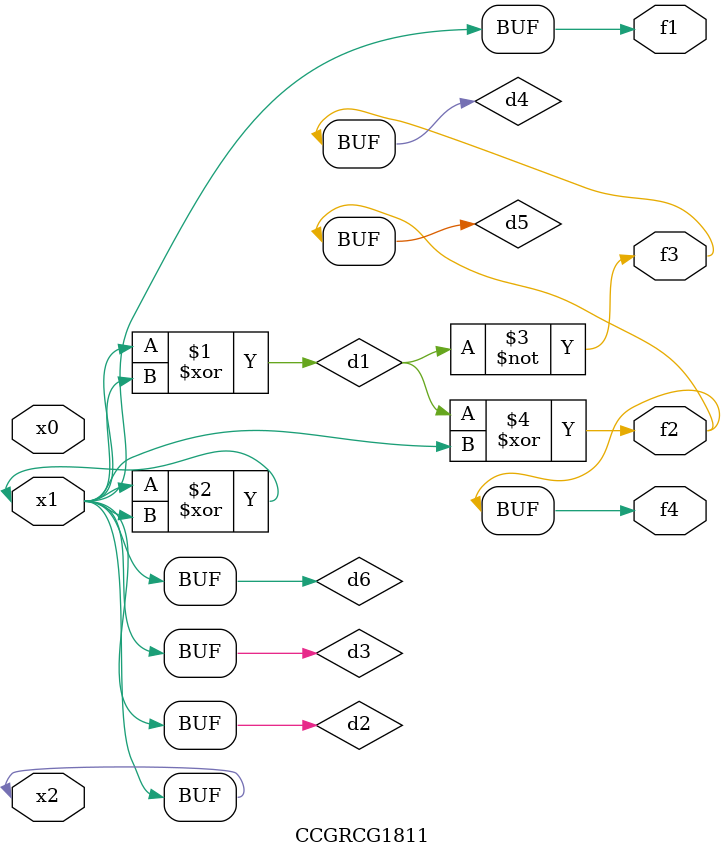
<source format=v>
module CCGRCG1811(
	input x0, x1, x2,
	output f1, f2, f3, f4
);

	wire d1, d2, d3, d4, d5, d6;

	xor (d1, x1, x2);
	buf (d2, x1, x2);
	xor (d3, x1, x2);
	nor (d4, d1);
	xor (d5, d1, d2);
	buf (d6, d2, d3);
	assign f1 = d6;
	assign f2 = d5;
	assign f3 = d4;
	assign f4 = d5;
endmodule

</source>
